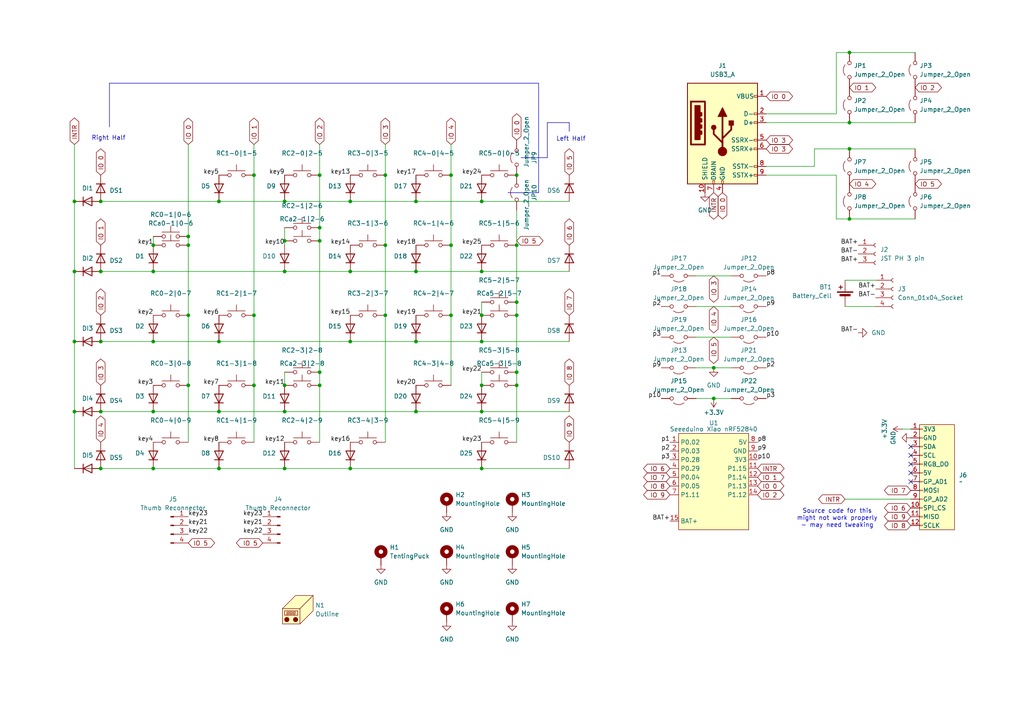
<source format=kicad_sch>
(kicad_sch (version 20231120) (generator "eeschema") (generator_version "8.0")
  (paper "A4")
  (junction (at 246.38 35.56))
  (junction (at 111.76 50.8))
  (junction (at 29.21 119.38))
  (junction (at 130.81 50.8))
  (junction (at 92.71 69.85))
  (junction (at 21.59 119.38))
  (junction (at 149.86 111.76))
  (junction (at 21.59 99.06))
  (junction (at 44.45 71.12))
  (junction (at 120.65 58.42))
  (junction (at 149.86 87.63))
  (junction (at 63.5 119.38))
  (junction (at 139.7 58.42))
  (junction (at 82.55 78.74))
  (junction (at 63.5 99.06))
  (junction (at 101.6 135.89))
  (junction (at 139.7 111.76))
  (junction (at 111.76 71.12))
  (junction (at 149.86 91.44))
  (junction (at 101.6 58.42))
  (junction (at 139.7 119.38))
  (junction (at 139.7 91.44))
  (junction (at 82.55 111.76))
  (junction (at 149.86 50.8))
  (junction (at 44.45 119.38))
  (junction (at 149.86 107.95))
  (junction (at 246.38 15.24))
  (junction (at 21.59 78.74))
  (junction (at 73.66 111.76))
  (junction (at 54.61 111.76))
  (junction (at 130.81 91.44))
  (junction (at 139.7 135.89))
  (junction (at 82.55 135.89))
  (junction (at 207.01 106.68))
  (junction (at 29.21 78.74))
  (junction (at 92.71 111.76))
  (junction (at 29.21 99.06))
  (junction (at 82.55 69.85))
  (junction (at 207.01 115.57))
  (junction (at 149.86 71.12))
  (junction (at 120.65 119.38))
  (junction (at 29.21 135.89))
  (junction (at 111.76 91.44))
  (junction (at 73.66 91.44))
  (junction (at 44.45 99.06))
  (junction (at 92.71 107.95))
  (junction (at 92.71 50.8))
  (junction (at 82.55 119.38))
  (junction (at 63.5 58.42))
  (junction (at 82.55 58.42))
  (junction (at 21.59 58.42))
  (junction (at 54.61 68.58))
  (junction (at 101.6 99.06))
  (junction (at 44.45 135.89))
  (junction (at 44.45 78.74))
  (junction (at 139.7 99.06))
  (junction (at 54.61 91.44))
  (junction (at 246.38 43.18))
  (junction (at 29.21 58.42))
  (junction (at 120.65 78.74))
  (junction (at 92.71 66.04))
  (junction (at 120.65 99.06))
  (junction (at 73.66 50.8))
  (junction (at 139.7 78.74))
  (junction (at 246.38 63.5))
  (junction (at 54.61 71.12))
  (junction (at 130.81 71.12))
  (junction (at 101.6 78.74))
  (junction (at 63.5 135.89))
  (no_connect (at 264.16 139.7))
  (no_connect (at 264.16 137.16))
  (no_connect (at 264.16 129.54))
  (no_connect (at 264.16 132.08))
  (no_connect (at 264.16 134.62))
  (wire (pts (xy 21.59 58.42) (xy 21.59 78.74)))
  (wire (pts (xy 149.86 91.44) (xy 149.86 107.95)))
  (wire (pts (xy 21.59 99.06) (xy 21.59 119.38)))
  (wire (pts (xy 54.61 41.91) (xy 54.61 68.58)))
  (wire (pts (xy 201.93 97.79) (xy 212.09 97.79)))
  (polyline (pts (xy 156.21 55.88) (xy 156.21 24.13)))
  (wire (pts (xy 111.76 71.12) (xy 111.76 91.44)))
  (polyline (pts (xy 31.75 24.13) (xy 31.75 36.83)))
  (wire (pts (xy 201.93 106.68) (xy 207.01 106.68)))
  (wire (pts (xy 130.81 91.44) (xy 130.81 111.76)))
  (wire (pts (xy 44.45 135.89) (xy 63.5 135.89)))
  (wire (pts (xy 139.7 87.63) (xy 139.7 91.44)))
  (wire (pts (xy 245.11 81.28) (xy 254 81.28)))
  (wire (pts (xy 246.38 63.5) (xy 265.43 63.5)))
  (wire (pts (xy 201.93 115.57) (xy 207.01 115.57)))
  (polyline (pts (xy 151.13 45.72) (xy 158.75 45.72)))
  (wire (pts (xy 242.57 15.24) (xy 246.38 15.24)))
  (wire (pts (xy 82.55 78.74) (xy 101.6 78.74)))
  (wire (pts (xy 63.5 99.06) (xy 101.6 99.06)))
  (wire (pts (xy 54.61 91.44) (xy 54.61 111.76)))
  (wire (pts (xy 120.65 99.06) (xy 139.7 99.06)))
  (wire (pts (xy 242.57 50.8) (xy 242.57 63.5)))
  (wire (pts (xy 92.71 111.76) (xy 92.71 128.27)))
  (wire (pts (xy 149.86 87.63) (xy 149.86 91.44)))
  (wire (pts (xy 54.61 68.58) (xy 54.61 71.12)))
  (wire (pts (xy 242.57 50.8) (xy 222.25 50.8)))
  (wire (pts (xy 139.7 99.06) (xy 165.1 99.06)))
  (polyline (pts (xy 158.75 45.72) (xy 158.75 35.56)))
  (wire (pts (xy 92.71 69.85) (xy 92.71 107.95)))
  (wire (pts (xy 245.11 144.78) (xy 264.16 144.78)))
  (wire (pts (xy 111.76 41.91) (xy 111.76 50.8)))
  (wire (pts (xy 101.6 58.42) (xy 120.65 58.42)))
  (wire (pts (xy 222.25 48.26) (xy 236.22 48.26)))
  (wire (pts (xy 92.71 41.91) (xy 92.71 50.8)))
  (wire (pts (xy 246.38 43.18) (xy 265.43 43.18)))
  (wire (pts (xy 29.21 58.42) (xy 63.5 58.42)))
  (wire (pts (xy 201.93 88.9) (xy 212.09 88.9)))
  (wire (pts (xy 111.76 50.8) (xy 111.76 71.12)))
  (wire (pts (xy 101.6 135.89) (xy 139.7 135.89)))
  (wire (pts (xy 261.62 124.46) (xy 264.16 124.46)))
  (wire (pts (xy 21.59 41.91) (xy 21.59 58.42)))
  (wire (pts (xy 82.55 66.04) (xy 82.55 69.85)))
  (wire (pts (xy 101.6 78.74) (xy 120.65 78.74)))
  (wire (pts (xy 54.61 111.76) (xy 54.61 128.27)))
  (wire (pts (xy 44.45 119.38) (xy 63.5 119.38)))
  (wire (pts (xy 246.38 15.24) (xy 265.43 15.24)))
  (wire (pts (xy 222.25 35.56) (xy 246.38 35.56)))
  (polyline (pts (xy 156.21 24.13) (xy 31.75 24.13)))
  (wire (pts (xy 120.65 78.74) (xy 139.7 78.74)))
  (wire (pts (xy 130.81 50.8) (xy 130.81 71.12)))
  (wire (pts (xy 149.86 71.12) (xy 149.86 87.63)))
  (wire (pts (xy 73.66 50.8) (xy 73.66 91.44)))
  (wire (pts (xy 73.66 41.91) (xy 73.66 50.8)))
  (wire (pts (xy 29.21 135.89) (xy 44.45 135.89)))
  (wire (pts (xy 111.76 91.44) (xy 111.76 128.27)))
  (wire (pts (xy 245.11 88.9) (xy 254 88.9)))
  (wire (pts (xy 44.45 78.74) (xy 82.55 78.74)))
  (wire (pts (xy 29.21 119.38) (xy 44.45 119.38)))
  (wire (pts (xy 236.22 43.18) (xy 246.38 43.18)))
  (wire (pts (xy 130.81 41.91) (xy 130.81 50.8)))
  (wire (pts (xy 139.7 135.89) (xy 165.1 135.89)))
  (wire (pts (xy 207.01 106.68) (xy 212.09 106.68)))
  (wire (pts (xy 82.55 107.95) (xy 82.55 111.76)))
  (wire (pts (xy 73.66 111.76) (xy 73.66 128.27)))
  (wire (pts (xy 165.1 119.38) (xy 139.7 119.38)))
  (wire (pts (xy 63.5 58.42) (xy 82.55 58.42)))
  (wire (pts (xy 242.57 33.02) (xy 242.57 15.24)))
  (wire (pts (xy 82.55 58.42) (xy 101.6 58.42)))
  (wire (pts (xy 92.71 107.95) (xy 92.71 111.76)))
  (wire (pts (xy 130.81 71.12) (xy 130.81 91.44)))
  (wire (pts (xy 29.21 99.06) (xy 44.45 99.06)))
  (wire (pts (xy 82.55 119.38) (xy 120.65 119.38)))
  (wire (pts (xy 242.57 63.5) (xy 246.38 63.5)))
  (wire (pts (xy 149.86 60.96) (xy 149.86 71.12)))
  (wire (pts (xy 63.5 119.38) (xy 82.55 119.38)))
  (wire (pts (xy 29.21 135.89) (xy 26.67 135.89)))
  (wire (pts (xy 149.86 107.95) (xy 149.86 111.76)))
  (wire (pts (xy 101.6 99.06) (xy 120.65 99.06)))
  (wire (pts (xy 242.57 33.02) (xy 222.25 33.02)))
  (polyline (pts (xy 147.32 55.88) (xy 156.21 55.88)))
  (wire (pts (xy 139.7 78.74) (xy 165.1 78.74)))
  (wire (pts (xy 120.65 119.38) (xy 139.7 119.38)))
  (wire (pts (xy 29.21 78.74) (xy 44.45 78.74)))
  (wire (pts (xy 44.45 68.58) (xy 44.45 71.12)))
  (wire (pts (xy 139.7 58.42) (xy 165.1 58.42)))
  (wire (pts (xy 82.55 135.89) (xy 101.6 135.89)))
  (wire (pts (xy 139.7 107.95) (xy 139.7 111.76)))
  (wire (pts (xy 201.93 80.01) (xy 212.09 80.01)))
  (wire (pts (xy 92.71 66.04) (xy 92.71 69.85)))
  (polyline (pts (xy 165.1 35.56) (xy 165.1 38.1)))
  (wire (pts (xy 44.45 99.06) (xy 63.5 99.06)))
  (wire (pts (xy 82.55 69.85) (xy 82.55 71.12)))
  (wire (pts (xy 92.71 50.8) (xy 92.71 66.04)))
  (wire (pts (xy 21.59 119.38) (xy 21.59 135.89)))
  (wire (pts (xy 73.66 91.44) (xy 73.66 111.76)))
  (wire (pts (xy 207.01 115.57) (xy 212.09 115.57)))
  (wire (pts (xy 246.38 35.56) (xy 265.43 35.56)))
  (wire (pts (xy 54.61 71.12) (xy 54.61 91.44)))
  (wire (pts (xy 236.22 48.26) (xy 236.22 43.18)))
  (polyline (pts (xy 158.75 35.56) (xy 165.1 35.56)))
  (wire (pts (xy 120.65 58.42) (xy 139.7 58.42)))
  (wire (pts (xy 63.5 135.89) (xy 82.55 135.89)))
  (wire (pts (xy 21.59 78.74) (xy 21.59 99.06)))
  (wire (pts (xy 149.86 111.76) (xy 149.86 128.27)))
  (text "Source code for this\nmight not work properly\n- may need tweaking" (at 242.824 150.368 0) (effects (font (size 1.27 1.27))))
  (text "Right Half" (at 31.496 40.132 0) (effects (font (size 1.27 1.27))))
  (text "Left Half" (at 165.608 40.386 0) (effects (font (size 1.27 1.27))))
  (label "key22" (at 139.7 107.95 180))
  (label "key23" (at 139.7 128.27 180))
  (label "p9" (at 222.25 88.9 0))
  (label "BAT+" (at 254 83.82 180))
  (label "p2" (at 194.31 130.81 180))
  (label "key21" (at 139.7 91.44 180))
  (label "key8" (at 63.5 128.27 180))
  (label "key20" (at 120.65 111.76 180))
  (label "p3" (at 191.77 97.79 180))
  (label "key19" (at 120.65 91.44 180))
  (label "p9" (at 191.77 106.68 180))
  (label "key23" (at 54.61 149.86 0))
  (label "BAT+" (at 248.92 76.2 180))
  (label "key14" (at 101.6 71.12 180))
  (label "key21" (at 76.2 152.4 180))
  (label "key5" (at 63.5 50.8 180))
  (label "key22" (at 76.2 154.94 180))
  (label "key17" (at 120.65 50.8 180))
  (label "key13" (at 101.6 50.8 180))
  (label "BAT-" (at 248.92 96.52 180))
  (label "key10" (at 82.55 71.12 180))
  (label "key24" (at 139.7 50.8 180))
  (label "p3" (at 194.31 133.35 180))
  (label "p8" (at 222.25 80.01 0))
  (label "key2" (at 44.45 91.44 180))
  (label "key18" (at 120.65 71.12 180))
  (label "p2" (at 191.77 88.9 180))
  (label "key9" (at 82.55 50.8 180))
  (label "p10" (at 191.77 115.57 180))
  (label "p1" (at 191.77 80.01 180))
  (label "key6" (at 63.5 91.44 180))
  (label "key7" (at 63.5 111.76 180))
  (label "key25" (at 139.7 71.12 180))
  (label "p9" (at 219.71 130.81 0))
  (label "p2" (at 222.25 106.68 0))
  (label "key16" (at 101.6 128.27 180))
  (label "key15" (at 101.6 91.44 180))
  (label "key12" (at 82.55 128.27 180))
  (label "key1" (at 44.45 71.12 180))
  (label "key11" (at 82.55 111.76 180))
  (label "p10" (at 219.71 133.35 0))
  (label "BAT-" (at 254 86.36 180))
  (label "key22" (at 54.61 154.94 0))
  (label "p3" (at 222.25 115.57 0))
  (label "key3" (at 44.45 111.76 180))
  (label "p10" (at 222.25 97.79 0))
  (label "p8" (at 219.71 128.27 0))
  (label "BAT+" (at 248.92 71.12 180))
  (label "key21" (at 54.61 152.4 0))
  (label "key23" (at 76.2 149.86 180))
  (label "BAT-" (at 248.92 73.66 180))
  (label "BAT+" (at 194.31 151.13 180))
  (label "p1" (at 194.31 128.27 180))
  (label "key4" (at 44.45 128.27 180))
  (global_label "IO 2" (shape bidirectional) (at 265.43 25.4 0) (property "Intersheetrefs" "${INTERSHEET_REFS}" (effects (hide yes))))
  (global_label "IO 0" (shape bidirectional) (at 29.21 50.8 90) (property "Intersheetrefs" "${INTERSHEET_REFS}" (effects (hide yes))))
  (global_label "IO 6" (shape bidirectional) (at 194.31 135.89 180) (property "Intersheetrefs" "${INTERSHEET_REFS}" (effects (hide yes))))
  (global_label "IO 3" (shape bidirectional) (at 207.01 80.01 270) (property "Intersheetrefs" "${INTERSHEET_REFS}" (effects (hide yes))))
  (global_label "IO 4" (shape bidirectional) (at 130.81 41.91 90) (property "Intersheetrefs" "${INTERSHEET_REFS}" (effects (hide yes))))
  (global_label "IO 5" (shape bidirectional) (at 207.01 97.79 270) (property "Intersheetrefs" "${INTERSHEET_REFS}" (effects (hide yes))))
  (global_label "IO 8" (shape bidirectional) (at 165.1 111.76 90) (property "Intersheetrefs" "${INTERSHEET_REFS}" (effects (hide yes))))
  (global_label "IO 0" (shape bidirectional) (at 54.61 41.91 90) (property "Intersheetrefs" "${INTERSHEET_REFS}" (effects (hide yes))))
  (global_label "IO 2" (shape bidirectional) (at 92.71 41.91 90) (property "Intersheetrefs" "${INTERSHEET_REFS}" (effects (hide yes))))
  (global_label "IO 9" (shape bidirectional) (at 194.31 143.51 180) (property "Intersheetrefs" "${INTERSHEET_REFS}" (effects (hide yes))))
  (global_label "IO 1" (shape bidirectional) (at 246.38 25.4 0) (property "Intersheetrefs" "${INTERSHEET_REFS}" (effects (hide yes))))
  (global_label "INTR" (shape bidirectional) (at 207.01 55.88 270) (property "Intersheetrefs" "${INTERSHEET_REFS}" (effects (hide yes))))
  (global_label "IO 8" (shape bidirectional) (at 264.16 152.4 180) (property "Intersheetrefs" "${INTERSHEET_REFS}" (effects (hide yes))))
  (global_label "IO 9" (shape bidirectional) (at 165.1 128.27 90) (property "Intersheetrefs" "${INTERSHEET_REFS}" (effects (hide yes))))
  (global_label "IO 4" (shape bidirectional) (at 246.38 53.34 0) (property "Intersheetrefs" "${INTERSHEET_REFS}" (effects (hide yes))))
  (global_label "IO 2" (shape bidirectional) (at 29.21 91.44 90) (property "Intersheetrefs" "${INTERSHEET_REFS}" (effects (hide yes))))
  (global_label "IO 4" (shape bidirectional) (at 207.01 88.9 270) (property "Intersheetrefs" "${INTERSHEET_REFS}" (effects (hide yes))))
  (global_label "IO 1" (shape bidirectional) (at 219.71 138.43 0) (property "Intersheetrefs" "${INTERSHEET_REFS}" (effects (hide yes))))
  (global_label "IO 1" (shape bidirectional) (at 73.66 41.91 90) (property "Intersheetrefs" "${INTERSHEET_REFS}" (effects (hide yes))))
  (global_label "IO 1" (shape bidirectional) (at 29.21 71.12 90) (property "Intersheetrefs" "${INTERSHEET_REFS}" (effects (hide yes))))
  (global_label "IO 5" (shape bidirectional) (at 76.2 157.48 180) (property "Intersheetrefs" "${INTERSHEET_REFS}" (effects (hide yes))))
  (global_label "IO 0" (shape bidirectional) (at 219.71 140.97 0) (property "Intersheetrefs" "${INTERSHEET_REFS}" (effects (hide yes))))
  (global_label "IO 6" (shape bidirectional) (at 264.16 147.32 180) (property "Intersheetrefs" "${INTERSHEET_REFS}" (effects (hide yes))))
  (global_label "IO 7" (shape bidirectional) (at 165.1 91.44 90) (property "Intersheetrefs" "${INTERSHEET_REFS}" (effects (hide yes))))
  (global_label "IO 4" (shape bidirectional) (at 29.21 128.27 90) (property "Intersheetrefs" "${INTERSHEET_REFS}" (effects (hide yes))))
  (global_label "IO 5" (shape bidirectional) (at 265.43 53.34 0) (property "Intersheetrefs" "${INTERSHEET_REFS}" (effects (hide yes))))
  (global_label "INTR" (shape bidirectional) (at 245.11 144.78 180) (property "Intersheetrefs" "${INTERSHEET_REFS}" (effects (hide yes))))
  (global_label "INTR" (shape bidirectional) (at 21.59 41.91 90) (property "Intersheetrefs" "${INTERSHEET_REFS}" (effects (hide yes))))
  (global_label "IO 9" (shape bidirectional) (at 264.16 149.86 180) (property "Intersheetrefs" "${INTERSHEET_REFS}" (effects (hide yes))))
  (global_label "IO 3" (shape bidirectional) (at 29.21 111.76 90) (property "Intersheetrefs" "${INTERSHEET_REFS}" (effects (hide yes))))
  (global_label "IO 3" (shape bidirectional) (at 111.76 41.91 90) (property "Intersheetrefs" "${INTERSHEET_REFS}" (effects (hide yes))))
  (global_label "IO 0" (shape bidirectional) (at 149.86 40.64 90) (property "Intersheetrefs" "${INTERSHEET_REFS}" (effects (hide yes))))
  (global_label "IO 0" (shape bidirectional) (at 209.55 55.88 270) (property "Intersheetrefs" "${INTERSHEET_REFS}" (effects (hide yes))))
  (global_label "IO 0" (shape bidirectional) (at 222.25 27.94 0) (property "Intersheetrefs" "${INTERSHEET_REFS}" (effects (hide yes))))
  (global_label "IO 5" (shape bidirectional) (at 149.86 69.85 0) (property "Intersheetrefs" "${INTERSHEET_REFS}" (effects (hide yes))))
  (global_label "IO 3" (shape bidirectional) (at 222.25 40.64 0) (property "Intersheetrefs" "${INTERSHEET_REFS}" (effects (hide yes))))
  (global_label "IO 8" (shape bidirectional) (at 194.31 140.97 180) (property "Intersheetrefs" "${INTERSHEET_REFS}" (effects (hide yes))))
  (global_label "INTR" (shape bidirectional) (at 219.71 135.89 0) (property "Intersheetrefs" "${INTERSHEET_REFS}" (effects (hide yes))))
  (global_label "IO 7" (shape bidirectional) (at 194.31 138.43 180) (property "Intersheetrefs" "${INTERSHEET_REFS}" (effects (hide yes))))
  (global_label "IO 5" (shape bidirectional) (at 165.1 50.8 90) (property "Intersheetrefs" "${INTERSHEET_REFS}" (effects (hide yes))))
  (global_label "IO 6" (shape bidirectional) (at 165.1 71.12 90) (property "Intersheetrefs" "${INTERSHEET_REFS}" (effects (hide yes))))
  (global_label "IO 5" (shape bidirectional) (at 54.61 157.48 0) (property "Intersheetrefs" "${INTERSHEET_REFS}" (effects (hide yes))))
  (global_label "IO 2" (shape bidirectional) (at 219.71 143.51 0) (property "Intersheetrefs" "${INTERSHEET_REFS}" (effects (hide yes))))
  (global_label "IO 7" (shape bidirectional) (at 264.16 142.24 180) (property "Intersheetrefs" "${INTERSHEET_REFS}" (effects (hide yes))))
  (global_label "IO 3" (shape bidirectional) (at 222.25 43.18 0) (property "Intersheetrefs" "${INTERSHEET_REFS}" (effects (hide yes))))
  (symbol (lib_id "Diode:1N4148") (at 120.65 74.93 270) (mirror x) (unit 1)
    (property "Reference" "D18" (at 118.11 74.295 90) (effects (justify right)))
    (property "Value" "1N4148" (effects (hide yes)))
    (property "Footprint" "apiaster:D-SOD123-DO35-7mm-horizontal-combo_rev" (effects (hide yes)))
    (property "Datasheet" "https://assets.nexperia.com/documents/data-sheet/1N4148_1N4448.pdf" (effects (hide yes)))
    (property "Sim.Device" "D" (effects (hide yes)))
    (property "Sim.Pins" "1=K 2=A" (effects (hide yes)))
  )
  (symbol (lib_id "Jumper:Jumper_2_Open") (at 265.43 20.32 90) (unit 1) (exclude_from_sim yes)
    (property "Reference" "JP3" (at 266.7 19.0499 90) (effects (justify right)))
    (property "Value" "Jumper_2_Open" (at 266.7 21.5899 90) (effects (justify right)))
    (property "Footprint" "Jumper:SolderJumper-2_P1.3mm_Open_RoundedPad1.0x1.5mm" (effects (hide yes)))
    (property "Description" "Jumper, 2-pole, open" (effects (hide yes)))
  )
  (symbol (lib_id "Jumper:Jumper_2_Open") (at 149.86 45.72 90) (mirror x) (unit 1) (exclude_from_sim yes)
    (property "Reference" "JP9" (at 154.94 45.72 0))
    (property "Value" "Jumper_2_Open" (at 152.654 41.148 0))
    (property "Footprint" "Jumper:SolderJumper-2_P1.3mm_Open_RoundedPad1.0x1.5mm" (effects (hide yes)))
    (property "Description" "Jumper, 2-pole, open" (effects (hide yes)))
  )
  (symbol (lib_id "Jumper:Jumper_2_Open") (at 217.17 115.57 0) (mirror x) (unit 1) (exclude_from_sim yes)
    (property "Reference" "JP22" (at 217.17 110.49 0))
    (property "Value" "Jumper_2_Open" (at 217.17 113.03 0))
    (property "Footprint" "Jumper:SolderJumper-2_P1.3mm_Open_RoundedPad1.0x1.5mm" (effects (hide yes)))
    (property "Description" "Jumper, 2-pole, open" (effects (hide yes)))
  )
  (symbol (lib_id "apiaster:Seeeduino_Xiao_nRF52840_Minimal") (at 207.01 142.24 0) (unit 1) (in_bom no)
    (property "Reference" "U1" (at 207.01 122.682 0))
    (property "Value" "Seeeduino Xiao nRF52840" (at 207.01 124.46 0))
    (property "Footprint" "apiaster:xiao+zero_combo" (effects (hide yes)))
    (property "Description" "Symbol for a Seeeduino Xiao nRF52840" (effects (hide yes)))
  )
  (symbol (lib_id "Jumper:Jumper_2_Open") (at 246.38 30.48 90) (unit 1) (exclude_from_sim yes)
    (property "Reference" "JP2" (at 247.65 29.2099 90) (effects (justify right)))
    (property "Value" "Jumper_2_Open" (at 247.65 31.7499 90) (effects (justify right)))
    (property "Footprint" "Jumper:SolderJumper-2_P1.3mm_Open_RoundedPad1.0x1.5mm" (effects (hide yes)))
    (property "Description" "Jumper, 2-pole, open" (effects (hide yes)))
  )
  (symbol (lib_id "Diode:1N4148") (at 44.45 115.57 270) (mirror x) (unit 1)
    (property "Reference" "D3" (at 41.91 114.935 90) (effects (justify right)))
    (property "Value" "1N4148" (effects (hide yes)))
    (property "Footprint" "apiaster:D-SOD123-DO35-7mm-horizontal-combo_rev" (effects (hide yes)))
    (property "Datasheet" "https://assets.nexperia.com/documents/data-sheet/1N4148_1N4448.pdf" (effects (hide yes)))
    (property "Sim.Device" "D" (effects (hide yes)))
    (property "Sim.Pins" "1=K 2=A" (effects (hide yes)))
  )
  (symbol (lib_id "power:GND") (at 129.54 163.83 0) (unit 1)
    (property "Reference" "#PWR09" (effects (hide yes)))
    (property "Value" "GND" (at 129.54 168.91 0))
    (property "Description" "Power symbol creates a global label with name \"GND\" , ground" (effects (hide yes)))
  )
  (symbol (lib_id "Diode:1N4148") (at 165.1 95.25 270) (unit 1)
    (property "Reference" "DS8" (at 162.56 95.885 90) (effects (justify right)))
    (property "Value" "1N4148" (effects (hide yes)))
    (property "Footprint" "apiaster:D-SOD123-DO35-7mm-horizontal-combo" (effects (hide yes)))
    (property "Datasheet" "https://assets.nexperia.com/documents/data-sheet/1N4148_1N4448.pdf" (effects (hide yes)))
    (property "Sim.Device" "D" (effects (hide yes)))
    (property "Sim.Pins" "1=K 2=A" (effects (hide yes)))
  )
  (symbol (lib_id "Jumper:Jumper_2_Open") (at 196.85 106.68 0) (mirror x) (unit 1) (exclude_from_sim yes)
    (property "Reference" "JP13" (at 196.85 101.6 0))
    (property "Value" "Jumper_2_Open" (at 196.85 104.14 0))
    (property "Footprint" "Jumper:SolderJumper-2_P1.3mm_Open_RoundedPad1.0x1.5mm" (effects (hide yes)))
    (property "Description" "Jumper, 2-pole, open" (effects (hide yes)))
  )
  (symbol (lib_id "Diode:1N4148") (at 120.65 95.25 270) (mirror x) (unit 1)
    (property "Reference" "D19" (at 118.11 94.615 90) (effects (justify right)))
    (property "Value" "1N4148" (effects (hide yes)))
    (property "Footprint" "apiaster:D-SOD123-DO35-7mm-horizontal-combo_rev" (effects (hide yes)))
    (property "Datasheet" "https://assets.nexperia.com/documents/data-sheet/1N4148_1N4448.pdf" (effects (hide yes)))
    (property "Sim.Device" "D" (effects (hide yes)))
    (property "Sim.Pins" "1=K 2=A" (effects (hide yes)))
  )
  (symbol (lib_id "Diode:1N4148") (at 82.55 132.08 270) (mirror x) (unit 1)
    (property "Reference" "D12" (at 80.01 131.445 90) (effects (justify right)))
    (property "Value" "1N4148" (effects (hide yes)))
    (property "Footprint" "apiaster:D-SOD123-DO35-7mm-horizontal-combo_rev" (effects (hide yes)))
    (property "Datasheet" "https://assets.nexperia.com/documents/data-sheet/1N4148_1N4448.pdf" (effects (hide yes)))
    (property "Sim.Device" "D" (effects (hide yes)))
    (property "Sim.Pins" "1=K 2=A" (effects (hide yes)))
  )
  (symbol (lib_id "Switch:SW_Push") (at 144.78 128.27 0) (mirror y) (unit 1)
    (property "Reference" "RC5-4|5-9" (at 144.78 121.92 0))
    (property "Value" "SW_Push" (effects (hide yes)))
    (property "Footprint" "apiaster:SW_MX_HS_CPG151101S11_1u_rev" (effects (hide yes)))
  )
  (symbol (lib_id "Diode:1N4148") (at 101.6 95.25 270) (mirror x) (unit 1)
    (property "Reference" "D15" (at 99.06 94.615 90) (effects (justify right)))
    (property "Value" "1N4148" (effects (hide yes)))
    (property "Footprint" "apiaster:D-SOD123-DO35-7mm-horizontal-combo_rev" (effects (hide yes)))
    (property "Datasheet" "https://assets.nexperia.com/documents/data-sheet/1N4148_1N4448.pdf" (effects (hide yes)))
    (property "Sim.Device" "D" (effects (hide yes)))
    (property "Sim.Pins" "1=K 2=A" (effects (hide yes)))
  )
  (symbol (lib_id "Switch:SW_Push") (at 87.63 66.04 0) (unit 1)
    (property "Reference" "RC2-1|2-6" (at 87.63 59.69 0))
    (property "Value" "SW_Push" (effects (hide yes)))
    (property "Footprint" "apiaster:SW_MX_HS_CPG151101S11_1u_rev" (effects (hide yes)))
  )
  (symbol (lib_id "Switch:SW_Push") (at 144.78 87.63 0) (mirror y) (unit 1)
    (property "Reference" "RC5-2|5-7" (at 144.78 81.28 0))
    (property "Value" "SW_Push" (effects (hide yes)))
    (property "Footprint" "apiaster:SW_MX_HS_CPG151101S11_1u_rev" (effects (hide yes)))
  )
  (symbol (lib_id "Mechanical:MountingHole_Pad") (at 110.49 161.29 0) (unit 1) (exclude_from_sim yes) (in_bom no)
    (property "Reference" "H1" (at 113.03 158.7499 0) (effects (justify left)))
    (property "Value" "TentingPuck" (at 113.03 161.2899 0) (effects (justify left)))
    (property "Footprint" "apiaster:TentingPuck" (effects (hide yes)))
    (property "Description" "Mounting Hole with connection" (effects (hide yes)))
  )
  (symbol (lib_id "Diode:1N4148") (at 25.4 135.89 0) (unit 1)
    (property "Reference" "DI5" (at 25.4 132.08 0))
    (property "Value" "1N4148" (effects (hide yes)))
    (property "Footprint" "apiaster:D-SOD123-DO35-7mm-horizontal-combo_rev" (effects (hide yes)))
    (property "Datasheet" "https://assets.nexperia.com/documents/data-sheet/1N4148_1N4448.pdf" (effects (hide yes)))
    (property "Sim.Device" "D" (effects (hide yes)))
    (property "Sim.Pins" "1=K 2=A" (effects (hide yes)))
  )
  (symbol (lib_id "Diode:1N4148") (at 44.45 74.93 270) (mirror x) (unit 1)
    (property "Reference" "D1" (at 41.91 74.295 90) (effects (justify right)))
    (property "Value" "1N4148" (effects (hide yes)))
    (property "Footprint" "apiaster:D-SOD123-DO35-7mm-horizontal-combo_rev" (effects (hide yes)))
    (property "Datasheet" "https://assets.nexperia.com/documents/data-sheet/1N4148_1N4448.pdf" (effects (hide yes)))
    (property "Sim.Device" "D" (effects (hide yes)))
    (property "Sim.Pins" "1=K 2=A" (effects (hide yes)))
  )
  (symbol (lib_id "Diode:1N4148") (at 63.5 54.61 270) (mirror x) (unit 1)
    (property "Reference" "D5" (at 60.96 53.975 90) (effects (justify right)))
    (property "Value" "1N4148" (effects (hide yes)))
    (property "Footprint" "apiaster:D-SOD123-DO35-7mm-horizontal-combo_rev" (effects (hide yes)))
    (property "Datasheet" "https://assets.nexperia.com/documents/data-sheet/1N4148_1N4448.pdf" (effects (hide yes)))
    (property "Sim.Device" "D" (effects (hide yes)))
    (property "Sim.Pins" "1=K 2=A" (effects (hide yes)))
  )
  (symbol (lib_id "Jumper:Jumper_2_Open") (at 217.17 97.79 0) (mirror x) (unit 1) (exclude_from_sim yes)
    (property "Reference" "JP16" (at 217.17 92.71 0))
    (property "Value" "Jumper_2_Open" (at 217.17 95.25 0))
    (property "Footprint" "Jumper:SolderJumper-2_P1.3mm_Open_RoundedPad1.0x1.5mm" (effects (hide yes)))
    (property "Description" "Jumper, 2-pole, open" (effects (hide yes)))
  )
  (symbol (lib_id "Switch:SW_Push") (at 87.63 107.95 0) (unit 1)
    (property "Reference" "RC2-3|2-8" (at 87.63 101.6 0))
    (property "Value" "SW_Push" (effects (hide yes)))
    (property "Footprint" "apiaster:SW_MX_HS_CPG151101S11_1u_rev" (effects (hide yes)))
  )
  (symbol (lib_id "Diode:1N4148") (at 165.1 132.08 270) (unit 1)
    (property "Reference" "DS10" (at 162.56 132.715 90) (effects (justify right)))
    (property "Value" "1N4148" (effects (hide yes)))
    (property "Footprint" "apiaster:D-SOD123-DO35-7mm-horizontal-combo" (effects (hide yes)))
    (property "Datasheet" "https://assets.nexperia.com/documents/data-sheet/1N4148_1N4448.pdf" (effects (hide yes)))
    (property "Sim.Device" "D" (effects (hide yes)))
    (property "Sim.Pins" "1=K 2=A" (effects (hide yes)))
  )
  (symbol (lib_id "Mechanical:MountingHole_Pad") (at 148.59 161.29 0) (unit 1) (exclude_from_sim yes)
    (property "Reference" "H5" (at 151.13 158.7499 0) (effects (justify left)))
    (property "Value" "MountingHole" (at 151.13 161.2899 0) (effects (justify left)))
    (property "Footprint" "MountingHole:MountingHole_2.2mm_M2_DIN965_Pad" (effects (hide yes)))
    (property "Description" "Mounting Hole with connection" (effects (hide yes)))
  )
  (symbol (lib_id "Switch:SW_Push") (at 144.78 50.8 0) (unit 1)
    (property "Reference" "RC5-0|0-5" (at 144.78 44.45 0))
    (property "Value" "SW_Push" (effects (hide yes)))
    (property "Footprint" "apiaster:SW_MX_HS_CPG151101S11_1u_rev" (effects (hide yes)))
  )
  (symbol (lib_id "Diode:1N4148") (at 29.21 54.61 90) (mirror x) (unit 1)
    (property "Reference" "DS1" (at 31.75 55.245 90) (effects (justify right)))
    (property "Value" "1N4148" (effects (hide yes)))
    (property "Footprint" "apiaster:D-SOD123-DO35-7mm-horizontal-combo" (effects (hide yes)))
    (property "Datasheet" "https://assets.nexperia.com/documents/data-sheet/1N4148_1N4448.pdf" (effects (hide yes)))
    (property "Sim.Device" "D" (effects (hide yes)))
    (property "Sim.Pins" "1=K 2=A" (effects (hide yes)))
  )
  (symbol (lib_id "power:GND") (at 207.01 106.68 0) (unit 1)
    (property "Reference" "#PWR01" (effects (hide yes)))
    (property "Value" "GND" (at 207.01 111.76 0))
    (property "Description" "Power symbol creates a global label with name \"GND\" , ground" (effects (hide yes)))
  )
  (symbol (lib_id "Switch:SW_Push") (at 125.73 91.44 0) (mirror y) (unit 1)
    (property "Reference" "RC4-2|4-7" (at 125.73 85.09 0))
    (property "Value" "SW_Push" (effects (hide yes)))
    (property "Footprint" "apiaster:SW_MX_HS_CPG151101S11_1u_rev" (effects (hide yes)))
  )
  (symbol (lib_id "Switch:SW_Push") (at 68.58 50.8 0) (mirror y) (unit 1)
    (property "Reference" "RC1-0|1-5" (at 68.58 44.45 0))
    (property "Value" "SW_Push" (effects (hide yes)))
    (property "Footprint" "apiaster:SW_MX_HS_CPG151101S11_1u_rev" (effects (hide yes)))
  )
  (symbol (lib_id "Connector:Conn_01x04_Socket") (at 259.08 83.82 0) (unit 1)
    (property "Reference" "J3" (at 260.35 83.8199 0) (effects (justify left)))
    (property "Value" "Conn_01x04_Socket" (at 260.35 86.3599 0) (effects (justify left)))
    (property "Footprint" "apiaster:BMS 1S" (effects (hide yes)))
    (property "Description" "Generic connector, single row, 01x04, script generated" (effects (hide yes)))
  )
  (symbol (lib_id "Jumper:Jumper_2_Open") (at 246.38 20.32 90) (unit 1) (exclude_from_sim yes)
    (property "Reference" "JP1" (at 247.65 19.0499 90) (effects (justify right)))
    (property "Value" "Jumper_2_Open" (at 247.65 21.5899 90) (effects (justify right)))
    (property "Footprint" "Jumper:SolderJumper-2_P1.3mm_Open_RoundedPad1.0x1.5mm" (effects (hide yes)))
    (property "Description" "Jumper, 2-pole, open" (effects (hide yes)))
  )
  (symbol (lib_id "Switch:SW_Push") (at 49.53 91.44 0) (mirror y) (unit 1)
    (property "Reference" "RC0-2|0-7" (at 49.53 85.09 0))
    (property "Value" "SW_Push" (effects (hide yes)))
    (property "Footprint" "apiaster:SW_MX_HS_CPG151101S11_1u_rev" (effects (hide yes)))
  )
  (symbol (lib_id "Diode:1N4148") (at 29.21 74.93 90) (mirror x) (unit 1)
    (property "Reference" "DS2" (at 31.75 75.565 90) (effects (justify right)))
    (property "Value" "1N4148" (effects (hide yes)))
    (property "Footprint" "apiaster:D-SOD123-DO35-7mm-horizontal-combo" (effects (hide yes)))
    (property "Datasheet" "https://assets.nexperia.com/documents/data-sheet/1N4148_1N4448.pdf" (effects (hide yes)))
    (property "Sim.Device" "D" (effects (hide yes)))
    (property "Sim.Pins" "1=K 2=A" (effects (hide yes)))
  )
  (symbol (lib_id "Diode:1N4148") (at 101.6 132.08 270) (mirror x) (unit 1)
    (property "Reference" "D16" (at 99.06 131.445 90) (effects (justify right)))
    (property "Value" "1N4148" (effects (hide yes)))
    (property "Footprint" "apiaster:D-SOD123-DO35-7mm-horizontal-combo_rev" (effects (hide yes)))
    (property "Datasheet" "https://assets.nexperia.com/documents/data-sheet/1N4148_1N4448.pdf" (effects (hide yes)))
    (property "Sim.Device" "D" (effects (hide yes)))
    (property "Sim.Pins" "1=K 2=A" (effects (hide yes)))
  )
  (symbol (lib_id "Diode:1N4148") (at 63.5 115.57 270) (mirror x) (unit 1)
    (property "Reference" "D7" (at 60.96 114.935 90) (effects (justify right)))
    (property "Value" "1N4148" (effects (hide yes)))
    (property "Footprint" "apiaster:D-SOD123-DO35-7mm-horizontal-combo_rev" (effects (hide yes)))
    (property "Datasheet" "https://assets.nexperia.com/documents/data-sheet/1N4148_1N4448.pdf" (effects (hide yes)))
    (property "Sim.Device" "D" (effects (hide yes)))
    (property "Sim.Pins" "1=K 2=A" (effects (hide yes)))
  )
  (symbol (lib_id "Jumper:Jumper_2_Open") (at 217.17 106.68 0) (mirror x) (unit 1) (exclude_from_sim yes)
    (property "Reference" "JP21" (at 217.17 101.6 0))
    (property "Value" "Jumper_2_Open" (at 217.17 104.14 0))
    (property "Footprint" "Jumper:SolderJumper-2_P1.3mm_Open_RoundedPad1.0x1.5mm" (effects (hide yes)))
    (property "Description" "Jumper, 2-pole, open" (effects (hide yes)))
  )
  (symbol (lib_id "Switch:SW_Push") (at 49.53 111.76 0) (mirror y) (unit 1)
    (property "Reference" "RC0-3|0-8" (at 49.53 105.41 0))
    (property "Value" "SW_Push" (effects (hide yes)))
    (property "Footprint" "apiaster:SW_MX_HS_CPG151101S11_1u_rev" (effects (hide yes)))
  )
  (symbol (lib_id "Jumper:Jumper_2_Open") (at 149.86 55.88 90) (mirror x) (unit 1) (exclude_from_sim yes)
    (property "Reference" "JP10" (at 154.94 55.88 0))
    (property "Value" "Jumper_2_Open" (at 152.654 59.436 0))
    (property "Footprint" "Jumper:SolderJumper-2_P1.3mm_Open_RoundedPad1.0x1.5mm" (effects (hide yes)))
    (property "Description" "Jumper, 2-pole, open" (effects (hide yes)))
  )
  (symbol (lib_id "Diode:1N4148") (at 29.21 115.57 90) (mirror x) (unit 1)
    (property "Reference" "DS4" (at 31.75 116.205 90) (effects (justify right)))
    (property "Value" "1N4148" (effects (hide yes)))
    (property "Footprint" "apiaster:D-SOD123-DO35-7mm-horizontal-combo" (effects (hide yes)))
    (property "Datasheet" "https://assets.nexperia.com/documents/data-sheet/1N4148_1N4448.pdf" (effects (hide yes)))
    (property "Sim.Device" "D" (effects (hide yes)))
    (property "Sim.Pins" "1=K 2=A" (effects (hide yes)))
  )
  (symbol (lib_id "Connector:Conn_01x04_Pin") (at 49.53 152.4 0) (unit 1)
    (property "Reference" "J5" (at 50.165 144.78 0))
    (property "Value" "Thumb Reconnector" (at 50.165 147.32 0))
    (property "Footprint" "Connector_PinHeader_2.54mm:PinHeader_1x04_P2.54mm_Vertical" (effects (hide yes)))
    (property "Description" "Generic connector, single row, 01x04, script generated" (effects (hide yes)))
  )
  (symbol (lib_id "Switch:SW_Push") (at 68.58 91.44 0) (mirror y) (unit 1)
    (property "Reference" "RC1-2|1-7" (at 68.58 85.09 0))
    (property "Value" "SW_Push" (effects (hide yes)))
    (property "Footprint" "apiaster:SW_MX_HS_CPG151101S11_1u_rev" (effects (hide yes)))
  )
  (symbol (lib_id "Mechanical:Housing") (at 87.63 176.53 0) (unit 1) (exclude_from_sim yes)
    (property "Reference" "N1" (at 91.44 175.5774 0) (effects (justify left)))
    (property "Value" "Outline" (at 91.44 178.1174 0) (effects (justify left)))
    (property "Footprint" "apiaster:Outline" (effects (hide yes)))
    (property "Description" "Housing" (effects (hide yes)))
  )
  (symbol (lib_id "Diode:1N4148") (at 82.55 74.93 270) (mirror x) (unit 1)
    (property "Reference" "D10" (at 80.01 74.295 90) (effects (justify right)))
    (property "Value" "1N4148" (effects (hide yes)))
    (property "Footprint" "apiaster:D-SOD123-DO35-7mm-horizontal-combo_rev" (effects (hide yes)))
    (property "Datasheet" "https://assets.nexperia.com/documents/data-sheet/1N4148_1N4448.pdf" (effects (hide yes)))
    (property "Sim.Device" "D" (effects (hide yes)))
    (property "Sim.Pins" "1=K 2=A" (effects (hide yes)))
  )
  (symbol (lib_id "Jumper:Jumper_2_Open") (at 217.17 80.01 0) (mirror x) (unit 1) (exclude_from_sim yes)
    (property "Reference" "JP12" (at 217.17 74.93 0))
    (property "Value" "Jumper_2_Open" (at 217.17 77.47 0))
    (property "Footprint" "Jumper:SolderJumper-2_P1.3mm_Open_RoundedPad1.0x1.5mm" (effects (hide yes)))
    (property "Description" "Jumper, 2-pole, open" (effects (hide yes)))
  )
  (symbol (lib_id "Switch:SW_Push") (at 144.78 107.95 0) (mirror y) (unit 1)
    (property "Reference" "RC5-3|5-8" (at 144.78 101.6 0))
    (property "Value" "SW_Push" (effects (hide yes)))
    (property "Footprint" "apiaster:SW_MX_HS_CPG151101S11_1u_rev" (effects (hide yes)))
  )
  (symbol (lib_id "Diode:1N4148") (at 101.6 74.93 270) (mirror x) (unit 1)
    (property "Reference" "D14" (at 99.06 74.295 90) (effects (justify right)))
    (property "Value" "1N4148" (effects (hide yes)))
    (property "Footprint" "apiaster:D-SOD123-DO35-7mm-horizontal-combo_rev" (effects (hide yes)))
    (property "Datasheet" "https://assets.nexperia.com/documents/data-sheet/1N4148_1N4448.pdf" (effects (hide yes)))
    (property "Sim.Device" "D" (effects (hide yes)))
    (property "Sim.Pins" "1=K 2=A" (effects (hide yes)))
  )
  (symbol (lib_id "Diode:1N4148") (at 165.1 74.93 270) (unit 1)
    (property "Reference" "DS7" (at 162.56 75.565 90) (effects (justify right)))
    (property "Value" "1N4148" (effects (hide yes)))
    (property "Footprint" "apiaster:D-SOD123-DO35-7mm-horizontal-combo" (effects (hide yes)))
    (property "Datasheet" "https://assets.nexperia.com/documents/data-sheet/1N4148_1N4448.pdf" (effects (hide yes)))
    (property "Sim.Device" "D" (effects (hide yes)))
    (property "Sim.Pins" "1=K 2=A" (effects (hide yes)))
  )
  (symbol (lib_id "Switch:SW_Push") (at 106.68 71.12 0) (unit 1)
    (property "Reference" "RC3-1|3-6" (at 106.68 64.77 0))
    (property "Value" "SW_Push" (effects (hide yes)))
    (property "Footprint" "apiaster:SW_MX_HS_CPG151101S11_1u_rev" (effects (hide yes)))
  )
  (symbol (lib_id "Switch:SW_Push") (at 49.53 68.58 0) (mirror y) (unit 1)
    (property "Reference" "RC0-1|0-6" (at 49.53 62.23 0))
    (property "Value" "SW_Push" (effects (hide yes)))
    (property "Footprint" "apiaster:SW_MX_HS_CPG151101S11_1u_rev" (effects (hide yes)))
  )
  (symbol (lib_id "Switch:SW_Push") (at 106.68 91.44 0) (mirror y) (unit 1)
    (property "Reference" "RC3-2|3-7" (at 106.68 85.09 0))
    (property "Value" "SW_Push" (effects (hide yes)))
    (property "Footprint" "apiaster:SW_MX_HS_CPG151101S11_1u_rev" (effects (hide yes)))
  )
  (symbol (lib_id "power:GND") (at 204.47 55.88 0) (unit 1)
    (property "Reference" "#PWR013" (effects (hide yes)))
    (property "Value" "GND" (at 204.47 60.96 0))
    (property "Description" "Power symbol creates a global label with name \"GND\" , ground" (effects (hide yes)))
  )
  (symbol (lib_id "power:GND") (at 148.59 163.83 0) (unit 1)
    (property "Reference" "#PWR010" (effects (hide yes)))
    (property "Value" "GND" (at 148.59 168.91 0))
    (property "Description" "Power symbol creates a global label with name \"GND\" , ground" (effects (hide yes)))
  )
  (symbol (lib_id "power:GND") (at 264.16 127 270) (unit 1)
    (property "Reference" "#PWR03" (effects (hide yes)))
    (property "Value" "GND" (at 259.08 127 0))
    (property "Description" "Power symbol creates a global label with name \"GND\" , ground" (effects (hide yes)))
  )
  (symbol (lib_id "Switch:SW_Push") (at 87.63 50.8 0) (mirror y) (unit 1)
    (property "Reference" "RC2-0|2-5" (at 87.63 44.45 0))
    (property "Value" "SW_Push" (effects (hide yes)))
    (property "Footprint" "apiaster:SW_MX_HS_CPG151101S11_1u_rev" (effects (hide yes)))
  )
  (symbol (lib_id "Diode:1N4148") (at 139.7 95.25 270) (mirror x) (unit 1)
    (property "Reference" "D23" (at 137.16 94.615 90) (effects (justify right)))
    (property "Value" "1N4148" (effects (hide yes)))
    (property "Footprint" "apiaster:D-SOD123-DO35-7mm-horizontal-combo_rev" (effects (hide yes)))
    (property "Datasheet" "https://assets.nexperia.com/documents/data-sheet/1N4148_1N4448.pdf" (effects (hide yes)))
    (property "Sim.Device" "D" (effects (hide yes)))
    (property "Sim.Pins" "1=K 2=A" (effects (hide yes)))
  )
  (symbol (lib_id "Switch:SW_Push") (at 144.78 71.12 0) (mirror y) (unit 1)
    (property "Reference" "RC5-1|5-6" (at 144.78 64.77 0))
    (property "Value" "SW_Push" (effects (hide yes)))
    (property "Footprint" "apiaster:SW_MX_HS_CPG151101S11_1u_rev" (effects (hide yes)))
  )
  (symbol (lib_id "power:GND") (at 148.59 180.34 0) (unit 1)
    (property "Reference" "#PWR012" (effects (hide yes)))
    (property "Value" "GND" (at 148.59 185.42 0))
    (property "Description" "Power symbol creates a global label with name \"GND\" , ground" (effects (hide yes)))
  )
  (symbol (lib_id "Switch:SW_Push") (at 87.63 128.27 0) (mirror y) (unit 1)
    (property "Reference" "RC2-4|2-9" (at 87.63 121.92 0))
    (property "Value" "SW_Push" (effects (hide yes)))
    (property "Footprint" "apiaster:SW_MX_HS_CPG151101S11_1u_rev" (effects (hide yes)))
  )
  (symbol (lib_id "Jumper:Jumper_2_Open") (at 196.85 115.57 0) (mirror x) (unit 1) (exclude_from_sim yes)
    (property "Reference" "JP15" (at 196.85 110.49 0))
    (property "Value" "Jumper_2_Open" (at 196.85 113.03 0))
    (property "Footprint" "Jumper:SolderJumper-2_P1.3mm_Open_RoundedPad1.0x1.5mm" (effects (hide yes)))
    (property "Description" "Jumper, 2-pole, open" (effects (hide yes)))
  )
  (symbol (lib_id "Jumper:Jumper_2_Open") (at 265.43 58.42 90) (unit 1) (exclude_from_sim yes)
    (property "Reference" "JP6" (at 266.7 57.1499 90) (effects (justify right)))
    (property "Value" "Jumper_2_Open" (at 266.7 59.6899 90) (effects (justify right)))
    (property "Footprint" "Jumper:SolderJumper-2_P1.3mm_Open_RoundedPad1.0x1.5mm" (effects (hide yes)))
    (property "Description" "Jumper, 2-pole, open" (effects (hide yes)))
  )
  (symbol (lib_id "Mechanical:MountingHole_Pad") (at 129.54 177.8 0) (unit 1) (exclude_from_sim yes)
    (property "Reference" "H6" (at 132.08 175.2599 0) (effects (justify left)))
    (property "Value" "MountingHole" (at 132.08 177.7999 0) (effects (justify left)))
    (property "Footprint" "MountingHole:MountingHole_2.2mm_M2_DIN965_Pad" (effects (hide yes)))
    (property "Description" "Mounting Hole with connection" (effects (hide yes)))
  )
  (symbol (lib_id "Connector:USB3_A") (at 209.55 38.1 0) (unit 1)
    (property "Reference" "J1" (at 209.55 19.05 0))
    (property "Value" "USB3_A" (at 209.55 21.59 0))
    (property "Footprint" "apiaster:USB3_A_Aliexpress" (effects (hide yes)))
    (property "Description" "USB 3.0 A connector" (effects (hide yes)))
  )
  (symbol (lib_id "Switch:SW_Push") (at 125.73 50.8 0) (unit 1)
    (property "Reference" "RC4-0|4-5" (at 125.73 44.45 0))
    (property "Value" "SW_Push" (effects (hide yes)))
    (property "Footprint" "apiaster:SW_MX_HS_CPG151101S11_1u_rev" (effects (hide yes)))
  )
  (symbol (lib_id "Mechanical:MountingHole_Pad") (at 148.59 146.05 0) (unit 1) (exclude_from_sim yes)
    (property "Reference" "H3" (at 151.13 143.5099 0) (effects (justify left)))
    (property "Value" "MountingHole" (at 151.13 146.0499 0) (effects (justify left)))
    (property "Footprint" "MountingHole:MountingHole_2.2mm_M2_DIN965_Pad" (effects (hide yes)))
    (property "Description" "Mounting Hole with connection" (effects (hide yes)))
  )
  (symbol (lib_id "power:GND") (at 129.54 148.59 0) (unit 1)
    (property "Reference" "#PWR07" (effects (hide yes)))
    (property "Value" "GND" (at 129.54 153.67 0))
    (property "Description" "Power symbol creates a global label with name \"GND\" , ground" (effects (hide yes)))
  )
  (symbol (lib_id "Switch:SW_Push") (at 87.63 111.76 0) (unit 1)
    (property "Reference" "RCa2-3|2-8" (at 87.63 105.41 0))
    (property "Value" "SW_Push" (effects (hide yes)))
    (property "Footprint" "apiaster:SW_MX_HS_CPG151101S11_1u_rev" (effects (hide yes)))
  )
  (symbol (lib_id "Diode:1N4148") (at 165.1 54.61 270) (unit 1)
    (property "Reference" "DS6" (at 162.56 55.245 90) (effects (justify right)))
    (property "Value" "1N4148" (effects (hide yes)))
    (property "Footprint" "apiaster:D-SOD123-DO35-7mm-horizontal-combo" (effects (hide yes)))
    (property "Datasheet" "https://assets.nexperia.com/documents/data-sheet/1N4148_1N4448.pdf" (effects (hide yes)))
    (property "Sim.Device" "D" (effects (hide yes)))
    (property "Sim.Pins" "1=K 2=A" (effects (hide yes)))
  )
  (symbol (lib_id "Switch:SW_Push") (at 68.58 111.76 0) (mirror y) (unit 1)
    (property "Reference" "RC1-3|1-8" (at 68.58 105.41 0))
    (property "Value" "SW_Push" (effects (hide yes)))
    (property "Footprint" "apiaster:SW_MX_HS_CPG151101S11_1u_rev" (effects (hide yes)))
  )
  (symbol (lib_id "power:GND") (at 148.59 148.59 0) (unit 1)
    (property "Reference" "#PWR08" (effects (hide yes)))
    (property "Value" "GND" (at 148.59 153.67 0))
    (property "Description" "Power symbol creates a global label with name \"GND\" , ground" (effects (hide yes)))
  )
  (symbol (lib_id "Diode:1N4148") (at 120.65 54.61 270) (mirror x) (unit 1)
    (property "Reference" "D17" (at 118.11 53.975 90) (effects (justify right)))
    (property "Value" "1N4148" (effects (hide yes)))
    (property "Footprint" "apiaster:D-SOD123-DO35-7mm-horizontal-combo_rev" (effects (hide yes)))
    (property "Datasheet" "https://assets.nexperia.com/documents/data-sheet/1N4148_1N4448.pdf" (effects (hide yes)))
    (property "Sim.Device" "D" (effects (hide yes)))
    (property "Sim.Pins" "1=K 2=A" (effects (hide yes)))
  )
  (symbol (lib_id "Jumper:Jumper_2_Open") (at 246.38 48.26 90) (unit 1) (exclude_from_sim yes)
    (property "Reference" "JP7" (at 247.65 46.9899 90) (effects (justify right)))
    (property "Value" "Jumper_2_Open" (at 247.65 49.5299 90) (effects (justify right)))
    (property "Footprint" "Jumper:SolderJumper-2_P1.3mm_Open_RoundedPad1.0x1.5mm" (effects (hide yes)))
    (property "Description" "Jumper, 2-pole, open" (effects (hide yes)))
  )
  (symbol (lib_id "Diode:1N4148") (at 63.5 95.25 270) (mirror x) (unit 1)
    (property "Reference" "D6" (at 60.96 94.615 90) (effects (justify right)))
    (property "Value" "1N4148" (effects (hide yes)))
    (property "Footprint" "apiaster:D-SOD123-DO35-7mm-horizontal-combo_rev" (effects (hide yes)))
    (property "Datasheet" "https://assets.nexperia.com/documents/data-sheet/1N4148_1N4448.pdf" (effects (hide yes)))
    (property "Sim.Device" "D" (effects (hide yes)))
    (property "Sim.Pins" "1=K 2=A" (effects (hide yes)))
  )
  (symbol (lib_id "Jumper:Jumper_2_Open") (at 217.17 88.9 0) (mirror x) (unit 1) (exclude_from_sim yes)
    (property "Reference" "JP14" (at 217.17 83.82 0))
    (property "Value" "Jumper_2_Open" (at 217.17 86.36 0))
    (property "Footprint" "Jumper:SolderJumper-2_P1.3mm_Open_RoundedPad1.0x1.5mm" (effects (hide yes)))
    (property "Description" "Jumper, 2-pole, open" (effects (hide yes)))
  )
  (symbol (lib_id "apiaster:vik_keyboard_connector") (at 271.78 137.16 0) (unit 1)
    (property "Reference" "J6" (at 278.13 137.7949 0) (effects (justify left)))
    (property "Value" "~" (at 278.13 139.7 0) (effects (justify left)))
    (property "Footprint" "apiaster:vik-keyboard-connector-vertical" (effects (hide yes)))
  )
  (symbol (lib_id "Diode:1N4148") (at 120.65 115.57 270) (mirror x) (unit 1)
    (property "Reference" "D20" (at 118.11 114.935 90) (effects (justify right)))
    (property "Value" "1N4148" (effects (hide yes)))
    (property "Footprint" "apiaster:D-SOD123-DO35-7mm-horizontal-combo_rev" (effects (hide yes)))
    (property "Datasheet" "https://assets.nexperia.com/documents/data-sheet/1N4148_1N4448.pdf" (effects (hide yes)))
    (property "Sim.Device" "D" (effects (hide yes)))
    (property "Sim.Pins" "1=K 2=A" (effects (hide yes)))
  )
  (symbol (lib_id "Diode:1N4148") (at 25.4 119.38 0) (unit 1)
    (property "Reference" "DI4" (at 25.4 115.57 0))
    (property "Value" "1N4148" (effects (hide yes)))
    (property "Footprint" "apiaster:D-SOD123-DO35-7mm-horizontal-combo_rev" (effects (hide yes)))
    (property "Datasheet" "https://assets.nexperia.com/documents/data-sheet/1N4148_1N4448.pdf" (effects (hide yes)))
    (property "Sim.Device" "D" (effects (hide yes)))
    (property "Sim.Pins" "1=K 2=A" (effects (hide yes)))
  )
  (symbol (lib_id "Connector:Conn_01x03_Socket") (at 254 73.66 0) (unit 1)
    (property "Reference" "J2" (at 255.27 72.3899 0) (effects (justify left)))
    (property "Value" "JST PH 3 pin" (at 255.27 74.9299 0) (effects (justify left)))
    (property "Footprint" "Connector_JST:JST_PH_S3B-PH-K_1x03_P2.00mm_Horizontal" (effects (hide yes)))
    (property "Description" "Generic connector, single row, 01x03, script generated" (effects (hide yes)))
  )
  (symbol (lib_id "Jumper:Jumper_2_Open") (at 196.85 88.9 0) (mirror x) (unit 1) (exclude_from_sim yes)
    (property "Reference" "JP18" (at 196.85 83.82 0))
    (property "Value" "Jumper_2_Open" (at 196.85 86.36 0))
    (property "Footprint" "Jumper:SolderJumper-2_P1.3mm_Open_RoundedPad1.0x1.5mm" (effects (hide yes)))
    (property "Description" "Jumper, 2-pole, open" (effects (hide yes)))
  )
  (symbol (lib_id "Switch:SW_Push") (at 125.73 71.12 0) (mirror y) (unit 1)
    (property "Reference" "RC4-1|4-6" (at 125.73 64.77 0))
    (property "Value" "SW_Push" (effects (hide yes)))
    (property "Footprint" "apiaster:SW_MX_HS_CPG151101S11_1u_rev" (effects (hide yes)))
  )
  (symbol (lib_id "Switch:SW_Push") (at 106.68 50.8 0) (mirror y) (unit 1)
    (property "Reference" "RC3-0|3-5" (at 106.68 44.45 0))
    (property "Value" "SW_Push" (effects (hide yes)))
    (property "Footprint" "apiaster:SW_MX_HS_CPG151101S11_1u_rev" (effects (hide yes)))
  )
  (symbol (lib_id "Jumper:Jumper_2_Open") (at 265.43 30.48 90) (unit 1) (exclude_from_sim yes)
    (property "Reference" "JP4" (at 266.7 29.2099 90) (effects (justify right)))
    (property "Value" "Jumper_2_Open" (at 266.7 31.7499 90) (effects (justify right)))
    (property "Footprint" "Jumper:SolderJumper-2_P1.3mm_Open_RoundedPad1.0x1.5mm" (effects (hide yes)))
    (property "Description" "Jumper, 2-pole, open" (effects (hide yes)))
  )
  (symbol (lib_id "Jumper:Jumper_2_Open") (at 265.43 48.26 90) (unit 1) (exclude_from_sim yes)
    (property "Reference" "JP5" (at 266.7 46.9899 90) (effects (justify right)))
    (property "Value" "Jumper_2_Open" (at 266.7 49.5299 90) (effects (justify right)))
    (property "Footprint" "Jumper:SolderJumper-2_P1.3mm_Open_RoundedPad1.0x1.5mm" (effects (hide yes)))
    (property "Description" "Jumper, 2-pole, open" (effects (hide yes)))
  )
  (symbol (lib_id "Mechanical:MountingHole_Pad") (at 129.54 146.05 0) (unit 1) (exclude_from_sim yes)
    (property "Reference" "H2" (at 132.08 143.5099 0) (effects (justify left)))
    (property "Value" "MountingHole" (at 132.08 146.0499 0) (effects (justify left)))
    (property "Footprint" "MountingHole:MountingHole_2.2mm_M2_DIN965_Pad" (effects (hide yes)))
    (property "Description" "Mounting Hole with connection" (effects (hide yes)))
  )
  (symbol (lib_id "Diode:1N4148") (at 82.55 115.57 270) (mirror x) (unit 1)
    (property "Reference" "D11" (at 80.01 114.935 90) (effects (justify right)))
    (property "Value" "1N4148" (effects (hide yes)))
    (property "Footprint" "apiaster:D-SOD123-DO35-7mm-horizontal-combo_rev" (effects (hide yes)))
    (property "Datasheet" "https://assets.nexperia.com/documents/data-sheet/1N4148_1N4448.pdf" (effects (hide yes)))
    (property "Sim.Device" "D" (effects (hide yes)))
    (property "Sim.Pins" "1=K 2=A" (effects (hide yes)))
  )
  (symbol (lib_id "Switch:SW_Push") (at 68.58 128.27 0) (mirror y) (unit 1)
    (property "Reference" "RC1-4|1-9" (at 68.58 121.92 0))
    (property "Value" "SW_Push" (effects (hide yes)))
    (property "Footprint" "apiaster:SW_MX_HS_CPG151101S11_1u_rev" (effects (hide yes)))
  )
  (symbol (lib_id "Jumper:Jumper_2_Open") (at 196.85 97.79 0) (mirror x) (unit 1) (exclude_from_sim yes)
    (property "Reference" "JP19" (at 196.85 92.71 0))
    (property "Value" "Jumper_2_Open" (at 196.85 95.25 0))
    (property "Footprint" "Jumper:SolderJumper-2_P1.3mm_Open_RoundedPad1.0x1.5mm" (effects (hide yes)))
    (property "Description" "Jumper, 2-pole, open" (effects (hide yes)))
  )
  (symbol (lib_id "Switch:SW_Push") (at 144.78 111.76 0) (mirror y) (unit 1)
    (property "Reference" "RCa5-3|5-8" (at 144.78 105.41 0))
    (property "Value" "SW_Push" (effects (hide yes)))
    (property "Footprint" "apiaster:SW_MX_HS_CPG151101S11_1u_rev" (effects (hide yes)))
  )
  (symbol (lib_id "Connector:Conn_01x04_Pin") (at 81.28 152.4 0) (mirror y) (unit 1)
    (property "Reference" "J4" (at 80.645 144.78 0))
    (property "Value" "Thumb Reconnector" (at 80.645 147.32 0))
    (property "Footprint" "Connector_PinHeader_2.54mm:PinHeader_1x04_P2.54mm_Vertical" (effects (hide yes)))
    (property "Description" "Generic connector, single row, 01x04, script generated" (effects (hide yes)))
  )
  (symbol (lib_id "Switch:SW_Push") (at 49.53 71.12 0) (mirror y) (unit 1)
    (property "Reference" "RCa0-1|0-6" (at 49.53 64.77 0))
    (property "Value" "SW_Push" (effects (hide yes)))
    (property "Footprint" "apiaster:SW_MX_HS_CPG151101S11_1u_rev" (effects (hide yes)))
  )
  (symbol (lib_id "Mechanical:MountingHole_Pad") (at 129.54 161.29 0) (unit 1) (exclude_from_sim yes)
    (property "Reference" "H4" (at 132.08 158.7499 0) (effects (justify left)))
    (property "Value" "MountingHole" (at 132.08 161.2899 0) (effects (justify left)))
    (property "Footprint" "MountingHole:MountingHole_2.2mm_M2_DIN965_Pad" (effects (hide yes)))
    (property "Description" "Mounting Hole with connection" (effects (hide yes)))
  )
  (symbol (lib_id "power:GND") (at 248.92 96.52 90) (unit 1)
    (property "Reference" "#PWR04" (effects (hide yes)))
    (property "Value" "GND" (at 252.73 96.5199 90) (effects (justify right)))
    (property "Description" "Power symbol creates a global label with name \"GND\" , ground" (effects (hide yes)))
  )
  (symbol (lib_id "power:GND") (at 129.54 180.34 0) (unit 1)
    (property "Reference" "#PWR011" (effects (hide yes)))
    (property "Value" "GND" (at 129.54 185.42 0))
    (property "Description" "Power symbol creates a global label with name \"GND\" , ground" (effects (hide yes)))
  )
  (symbol (lib_id "Diode:1N4148") (at 25.4 58.42 0) (unit 1)
    (property "Reference" "DI1" (at 25.4 54.61 0))
    (property "Value" "1N4148" (effects (hide yes)))
    (property "Footprint" "apiaster:D-SOD123-DO35-7mm-horizontal-combo_rev" (effects (hide yes)))
    (property "Datasheet" "https://assets.nexperia.com/documents/data-sheet/1N4148_1N4448.pdf" (effects (hide yes)))
    (property "Sim.Device" "D" (effects (hide yes)))
    (property "Sim.Pins" "1=K 2=A" (effects (hide yes)))
  )
  (symbol (lib_id "power:+3.3V") (at 207.01 115.57 180) (unit 1)
    (property "Reference" "#PWR05" (effects (hide yes)))
    (property "Value" "+3.3V" (at 207.01 119.634 0))
    (property "Description" "Power symbol creates a global label with name \"+3.3V\"" (effects (hide yes)))
  )
  (symbol (lib_id "Switch:SW_Push") (at 106.68 128.27 0) (unit 1)
    (property "Reference" "RC3-4|3-9" (at 106.68 121.92 0))
    (property "Value" "SW_Push" (effects (hide yes)))
    (property "Footprint" "apiaster:SW_MX_HS_CPG151101S11_1u_rev" (effects (hide yes)))
  )
  (symbol (lib_id "power:GND") (at 110.49 163.83 0) (unit 1)
    (property "Reference" "#PWR02" (effects (hide yes)))
    (property "Value" "GND" (at 110.49 168.91 0))
    (property "Description" "Power symbol creates a global label with name \"GND\" , ground" (effects (hide yes)))
  )
  (symbol (lib_id "Diode:1N4148") (at 139.7 132.08 270) (mirror x) (unit 1)
    (property "Reference" "D25" (at 137.16 131.445 90) (effects (justify right)))
    (property "Value" "1N4148" (effects (hide yes)))
    (property "Footprint" "apiaster:D-SOD123-DO35-7mm-horizontal-combo_rev" (effects (hide yes)))
    (property "Datasheet" "https://assets.nexperia.com/documents/data-sheet/1N4148_1N4448.pdf" (effects (hide yes)))
    (property "Sim.Device" "D" (effects (hide yes)))
    (property "Sim.Pins" "1=K 2=A" (effects (hide yes)))
  )
  (symbol (lib_id "Diode:1N4148") (at 63.5 132.08 270) (mirror x) (unit 1)
    (property "Reference" "D8" (at 60.96 131.445 90) (effects (justify right)))
    (property "Value" "1N4148" (effects (hide yes)))
    (property "Footprint" "apiaster:D-SOD123-DO35-7mm-horizontal-combo_rev" (effects (hide yes)))
    (property "Datasheet" "https://assets.nexperia.com/documents/data-sheet/1N4148_1N4448.pdf" (effects (hide yes)))
    (property "Sim.Device" "D" (effects (hide yes)))
    (property "Sim.Pins" "1=K 2=A" (effects (hide yes)))
  )
  (symbol (lib_id "Jumper:Jumper_2_Open") (at 196.85 80.01 0) (mirror x) (unit 1) (exclude_from_sim yes)
    (property "Reference" "JP17" (at 196.85 74.93 0))
    (property "Value" "Jumper_2_Open" (at 196.85 77.47 0))
    (property "Footprint" "Jumper:SolderJumper-2_P1.3mm_Open_RoundedPad1.0x1.5mm" (effects (hide yes)))
    (property "Description" "Jumper, 2-pole, open" (effects (hide yes)))
  )
  (symbol (lib_id "Diode:1N4148") (at 82.55 54.61 270) (mirror x) (unit 1)
    (property "Reference" "D9" (at 80.01 53.975 90) (effects (justify right)))
    (property "Value" "1N4148" (effects (hide yes)))
    (property "Footprint" "apiaster:D-SOD123-DO35-7mm-horizontal-combo_rev" (effects (hide yes)))
    (property "Datasheet" "https://assets.nexperia.com/documents/data-sheet/1N4148_1N4448.pdf" (effects (hide yes)))
    (property "Sim.Device" "D" (effects (hide yes)))
    (property "Sim.Pins" "1=K 2=A" (effects (hide yes)))
  )
  (symbol (lib_id "Jumper:Jumper_2_Open") (at 246.38 58.42 90) (unit 1) (exclude_from_sim yes)
    (property "Reference" "JP8" (at 247.6764 57.1499 90) (effects (justify right)))
    (property "Value" "Jumper_2_Open" (at 247.6764 59.6899 90) (effects (justify right)))
    (property "Footprint" "Jumper:SolderJumper-2_P1.3mm_Open_RoundedPad1.0x1.5mm" (effects (hide yes)))
    (property "Description" "Jumper, 2-pole, open" (effects (hide yes)))
  )
  (symbol (lib_id "power:+3.3V") (at 261.62 124.46 90) (unit 1)
    (property "Reference" "#PWR06" (effects (hide yes)))
    (property "Value" "+3.3V" (at 256.54 124.46 0))
    (property "Description" "Power symbol creates a global label with name \"+3.3V\"" (effects (hide yes)))
  )
  (symbol (lib_id "Mechanical:MountingHole_Pad") (at 148.59 177.8 0) (unit 1) (exclude_from_sim yes)
    (property "Reference" "H7" (at 151.13 175.2599 0) (effects (justify left)))
    (property "Value" "MountingHole" (at 151.13 177.7999 0) (effects (justify left)))
    (property "Footprint" "MountingHole:MountingHole_2.2mm_M2_DIN965_Pad" (effects (hide yes)))
    (property "Description" "Mounting Hole with connection" (effects (hide yes)))
  )
  (symbol (lib_id "Switch:SW_Push") (at 87.63 69.85 0) (unit 1)
    (property "Reference" "RCa2-1|2-6" (at 87.63 63.5 0))
    (property "Value" "SW_Push" (effects (hide yes)))
    (property "Footprint" "apiaster:SW_MX_HS_CPG151101S11_1u_rev" (effects (hide yes)))
  )
  (symbol (lib_id "Diode:1N4148") (at 139.7 74.93 270) (mirror x) (unit 1)
    (property "Reference" "D22" (at 137.16 74.295 90) (effects (justify right)))
    (property "Value" "1N4148" (effects (hide yes)))
    (property "Footprint" "apiaster:D-SOD123-DO35-7mm-horizontal-combo_rev" (effects (hide yes)))
    (property "Datasheet" "https://assets.nexperia.com/documents/data-sheet/1N4148_1N4448.pdf" (effects (hide yes)))
    (property "Sim.Device" "D" (effects (hide yes)))
    (property "Sim.Pins" "1=K 2=A" (effects (hide yes)))
  )
  (symbol (lib_id "Diode:1N4148") (at 44.45 132.08 270) (mirror x) (unit 1)
    (property "Reference" "D4" (at 41.91 131.445 90) (effects (justify right)))
    (property "Value" "1N4148" (effects (hide yes)))
    (property "Footprint" "apiaster:D-SOD123-DO35-7mm-horizontal-combo_rev" (effects (hide yes)))
    (property "Datasheet" "https://assets.nexperia.com/documents/data-sheet/1N4148_1N4448.pdf" (effects (hide yes)))
    (property "Sim.Device" "D" (effects (hide yes)))
    (property "Sim.Pins" "1=K 2=A" (effects (hide yes)))
  )
  (symbol (lib_id "Switch:SW_Push") (at 125.73 111.76 0) (mirror y) (unit 1)
    (property "Reference" "RC4-3|4-8" (at 125.73 105.41 0))
    (property "Value" "SW_Push" (effects (hide yes)))
    (property "Footprint" "apiaster:SW_MX_HS_CPG151101S11_1u_rev" (effects (hide yes)))
  )
  (symbol (lib_id "Diode:1N4148") (at 101.6 54.61 270) (mirror x) (unit 1)
    (property "Reference" "D13" (at 99.06 53.975 90) (effects (justify right)))
    (property "Value" "1N4148" (effects (hide yes)))
    (property "Footprint" "apiaster:D-SOD123-DO35-7mm-horizontal-combo_rev" (effects (hide yes)))
    (property "Datasheet" "https://assets.nexperia.com/documents/data-sheet/1N4148_1N4448.pdf" (effects (hide yes)))
    (property "Sim.Device" "D" (effects (hide yes)))
    (property "Sim.Pins" "1=K 2=A" (effects (hide yes)))
  )
  (symbol (lib_id "Diode:1N4148") (at 139.7 54.61 270) (mirror x) (unit 1)
    (property "Reference" "D21" (at 137.16 53.975 90) (effects (justify right)))
    (property "Value" "1N4148" (effects (hide yes)))
    (property "Footprint" "apiaster:D-SOD123-DO35-7mm-horizontal-combo_rev" (effects (hide yes)))
    (property "Datasheet" "https://assets.nexperia.com/documents/data-sheet/1N4148_1N4448.pdf" (effects (hide yes)))
    (property "Sim.Device" "D" (effects (hide yes)))
    (property "Sim.Pins" "1=K 2=A" (effects (hide yes)))
  )
  (symbol (lib_id "Switch:SW_Push") (at 49.53 128.27 0) (mirror y) (unit 1)
    (property "Reference" "RC0-4|0-9" (at 49.53 121.92 0))
    (property "Value" "SW_Push" (effects (hide yes)))
    (property "Footprint" "apiaster:SW_MX_HS_CPG151101S11_1u_rev" (effects (hide yes)))
  )
  (symbol (lib_id "Device:Battery_Cell") (at 245.11 86.36 0) (mirror y) (unit 1)
    (property "Reference" "BT1" (at 241.3 83.2484 0) (effects (justify left)))
    (property "Value" "Battery_Cell" (at 241.3 85.7884 0) (effects (justify left)))
    (property "Footprint" "apiaster:BatteryHolder_CR2032_20mm" (effects (hide yes)))
    (property "Description" "Single-cell battery" (effects (hide yes)))
  )
  (symbol (lib_id "Diode:1N4148") (at 165.1 115.57 270) (unit 1)
    (property "Reference" "DS9" (at 162.56 116.205 90) (effects (justify right)))
    (property "Value" "1N4148" (effects (hide yes)))
    (property "Footprint" "apiaster:D-SOD123-DO35-7mm-horizontal-combo" (effects (hide yes)))
    (property "Datasheet" "https://assets.nexperia.com/documents/data-sheet/1N4148_1N4448.pdf" (effects (hide yes)))
    (property "Sim.Device" "D" (effects (hide yes)))
    (property "Sim.Pins" "1=K 2=A" (effects (hide yes)))
  )
  (symbol (lib_id "Diode:1N4148") (at 25.4 78.74 0) (unit 1)
    (property "Reference" "DI2" (at 25.4 74.93 0))
    (property "Value" "1N4148" (effects (hide yes)))
    (property "Footprint" "apiaster:D-SOD123-DO35-7mm-horizontal-combo_rev" (effects (hide yes)))
    (property "Datasheet" "https://assets.nexperia.com/documents/data-sheet/1N4148_1N4448.pdf" (effects (hide yes)))
    (property "Sim.Device" "D" (effects (hide yes)))
    (property "Sim.Pins" "1=K 2=A" (effects (hide yes)))
  )
  (symbol (lib_id "Switch:SW_Push") (at 144.78 91.44 0) (mirror y) (unit 1)
    (property "Reference" "RCa5-2|5-7" (at 144.78 85.09 0))
    (property "Value" "SW_Push" (effects (hide yes)))
    (property "Footprint" "apiaster:SW_MX_HS_CPG151101S11_1u_rev" (effects (hide yes)))
  )
  (symbol (lib_id "Diode:1N4148") (at 44.45 95.25 270) (mirror x) (unit 1)
    (property "Reference" "D2" (at 41.91 94.615 90) (effects (justify right)))
    (property "Value" "1N4148" (effects (hide yes)))
    (property "Footprint" "apiaster:D-SOD123-DO35-7mm-horizontal-combo_rev" (effects (hide yes)))
    (property "Datasheet" "https://assets.nexperia.com/documents/data-sheet/1N4148_1N4448.pdf" (effects (hide yes)))
    (property "Sim.Device" "D" (effects (hide yes)))
    (property "Sim.Pins" "1=K 2=A" (effects (hide yes)))
  )
  (symbol (lib_id "Diode:1N4148") (at 139.7 115.57 270) (mirror x) (unit 1)
    (property "Reference" "D24" (at 137.16 114.935 90) (effects (justify right)))
    (property "Value" "1N4148" (effects (hide yes)))
    (property "Footprint" "apiaster:D-SOD123-DO35-7mm-horizontal-combo_rev" (effects (hide yes)))
    (property "Datasheet" "https://assets.nexperia.com/documents/data-sheet/1N4148_1N4448.pdf" (effects (hide yes)))
    (property "Sim.Device" "D" (effects (hide yes)))
    (property "Sim.Pins" "1=K 2=A" (effects (hide yes)))
  )
  (symbol (lib_id "Diode:1N4148") (at 25.4 99.06 0) (unit 1)
    (property "Reference" "DI3" (at 25.4 95.25 0))
    (property "Value" "1N4148" (effects (hide yes)))
    (property "Footprint" "apiaster:D-SOD123-DO35-7mm-horizontal-combo_rev" (effects (hide yes)))
    (property "Datasheet" "https://assets.nexperia.com/documents/data-sheet/1N4148_1N4448.pdf" (effects (hide yes)))
    (property "Sim.Device" "D" (effects (hide yes)))
    (property "Sim.Pins" "1=K 2=A" (effects (hide yes)))
  )
  (symbol (lib_id "Diode:1N4148") (at 29.21 132.08 90) (mirror x) (unit 1)
    (property "Reference" "DS5" (at 31.75 132.715 90) (effects (justify right)))
    (property "Value" "1N4148" (effects (hide yes)))
    (property "Footprint" "apiaster:D-SOD123-DO35-7mm-horizontal-combo" (effects (hide yes)))
    (property "Datasheet" "https://assets.nexperia.com/documents/data-sheet/1N4148_1N4448.pdf" (effects (hide yes)))
    (property "Sim.Device" "D" (effects (hide yes)))
    (property "Sim.Pins" "1=K 2=A" (effects (hide yes)))
  )
  (symbol (lib_id "Diode:1N4148") (at 29.21 95.25 90) (mirror x) (unit 1)
    (property "Reference" "DS3" (at 31.75 95.885 90) (effects (justify right)))
    (property "Value" "1N4148" (effects (hide yes)))
    (property "Footprint" "apiaster:D-SOD123-DO35-7mm-horizontal-combo" (effects (hide yes)))
    (property "Datasheet" "https://assets.nexperia.com/documents/data-sheet/1N4148_1N4448.pdf" (effects (hide yes)))
    (property "Sim.Device" "D" (effects (hide yes)))
    (property "Sim.Pins" "1=K 2=A" (effects (hide yes)))
  )
)
</source>
